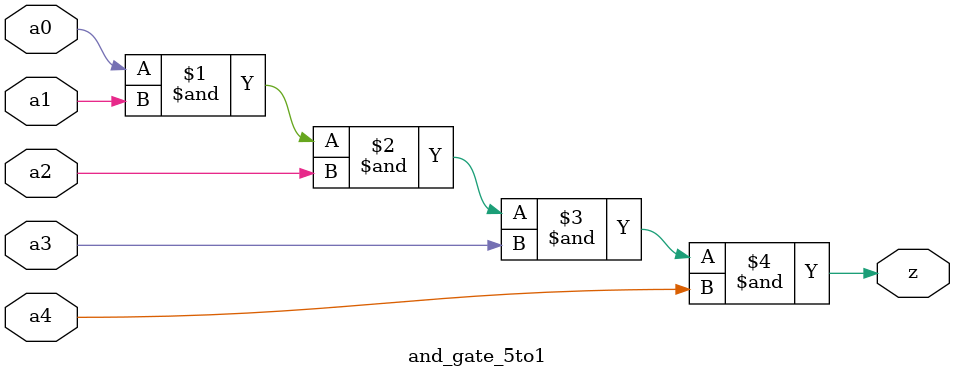
<source format=v>
module and_gate_5to1(a0, a1, a2, a3, a4, z);
    input wire a0, a1, a2, a3, a4;
    output wire z;

    assign z = (a0 & a1 & a2 & a3 & a4);
endmodule
</source>
